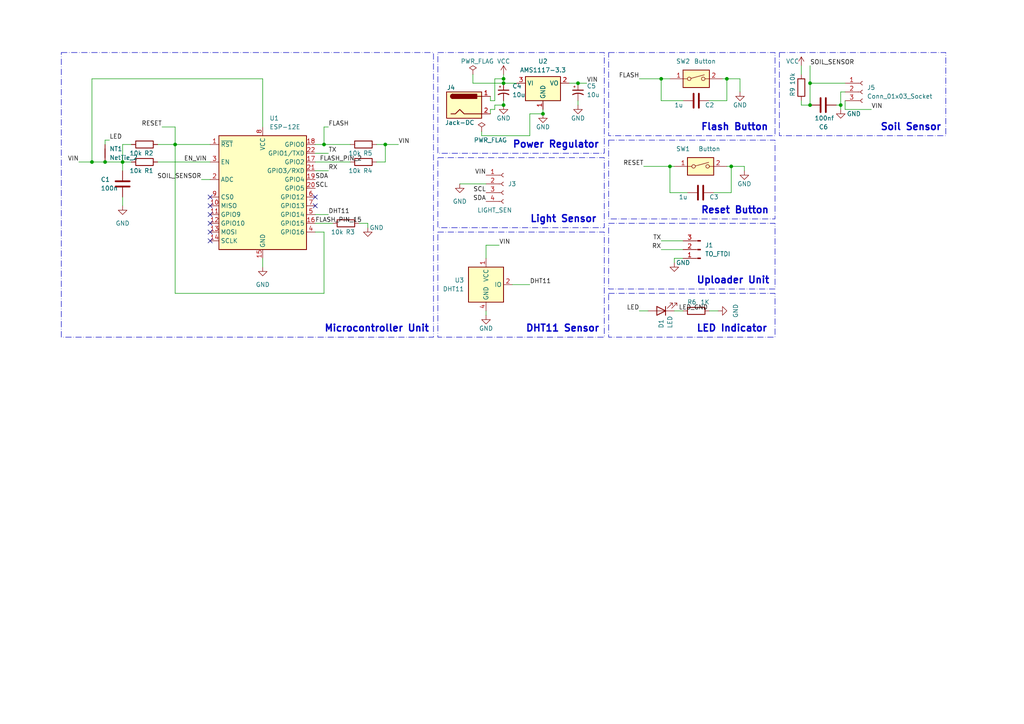
<source format=kicad_sch>
(kicad_sch (version 20230121) (generator eeschema)
  (paper "A4")
  (title_block (title "Sensor PGS") (date "2023-07-12") (rev "V 0.1") (company "PGS"))
  (lib_symbols
    (symbol "Connector:Conn_01x03_Pin" (pin_names (offset 1.016) hide)
      (property "Reference" "J" (at 0 5.08 0))
      (property "Value" "Conn_01x03_Pin" (at 0 -5.08 0))
      (symbol "Conn_01x03_Pin_1_1"
        (polyline (pts (xy 1.27 -2.54) (xy 0.8636 -2.54)) (stroke (width 0.1524)))
        (polyline (pts (xy 1.27 0) (xy 0.8636 0)) (stroke (width 0.1524)))
        (polyline (pts (xy 1.27 2.54) (xy 0.8636 2.54)) (stroke (width 0.1524)))
        (rectangle (start 0.8636 -2.413) (end 0 -2.667) (stroke (width 0.1524)) (fill (type outline)))
        (rectangle (start 0.8636 0.127) (end 0 -0.127) (stroke (width 0.1524)) (fill (type outline)))
        (rectangle (start 0.8636 2.667) (end 0 2.413) (stroke (width 0.1524)) (fill (type outline)))
        (pin passive line (at 5.08 2.54 180) (length 3.81) (name "Pin_1") (number "1"))
        (pin passive line (at 5.08 0 180) (length 3.81) (name "Pin_2") (number "2"))
        (pin passive line (at 5.08 -2.54 180) (length 3.81) (name "Pin_3") (number "3"))
      )
    )
    (symbol "Connector:Conn_01x03_Socket" (pin_names (offset 1.016) hide)
      (property "Reference" "J" (at 0 5.08 0))
      (property "Value" "Conn_01x03_Socket" (at 0 -5.08 0))
      (symbol "Conn_01x03_Socket_1_1"
        (arc (start 0 -2.032) (mid -0.5058 -2.54) (end 0 -3.048) (stroke (width 0.1524)))
        (polyline (pts (xy -1.27 -2.54) (xy -0.508 -2.54)) (stroke (width 0.1524)))
        (polyline (pts (xy -1.27 0) (xy -0.508 0)) (stroke (width 0.1524)))
        (polyline (pts (xy -1.27 2.54) (xy -0.508 2.54)) (stroke (width 0.1524)))
        (arc (start 0 0.508) (mid -0.5058 0) (end 0 -0.508) (stroke (width 0.1524)))
        (arc (start 0 3.048) (mid -0.5058 2.54) (end 0 2.032) (stroke (width 0.1524)))
        (pin passive line (at -5.08 2.54 0) (length 3.81) (name "Pin_1") (number "1"))
        (pin passive line (at -5.08 0 0) (length 3.81) (name "Pin_2") (number "2"))
        (pin passive line (at -5.08 -2.54 0) (length 3.81) (name "Pin_3") (number "3"))
      )
    )
    (symbol "Connector:Conn_01x04_Socket" (pin_names (offset 1.016) hide)
      (property "Reference" "J" (at 0 5.08 0))
      (property "Value" "Conn_01x04_Socket" (at 0 -7.62 0))
      (symbol "Conn_01x04_Socket_1_1"
        (arc (start 0 -4.572) (mid -0.5058 -5.08) (end 0 -5.588) (stroke (width 0.1524)))
        (arc (start 0 -2.032) (mid -0.5058 -2.54) (end 0 -3.048) (stroke (width 0.1524)))
        (polyline (pts (xy -1.27 -5.08) (xy -0.508 -5.08)) (stroke (width 0.1524)))
        (polyline (pts (xy -1.27 -2.54) (xy -0.508 -2.54)) (stroke (width 0.1524)))
        (polyline (pts (xy -1.27 0) (xy -0.508 0)) (stroke (width 0.1524)))
        (polyline (pts (xy -1.27 2.54) (xy -0.508 2.54)) (stroke (width 0.1524)))
        (arc (start 0 0.508) (mid -0.5058 0) (end 0 -0.508) (stroke (width 0.1524)))
        (arc (start 0 3.048) (mid -0.5058 2.54) (end 0 2.032) (stroke (width 0.1524)))
        (pin passive line (at -5.08 2.54 0) (length 3.81) (name "Pin_1") (number "1"))
        (pin passive line (at -5.08 0 0) (length 3.81) (name "Pin_2") (number "2"))
        (pin passive line (at -5.08 -2.54 0) (length 3.81) (name "Pin_3") (number "3"))
        (pin passive line (at -5.08 -5.08 0) (length 3.81) (name "Pin_4") (number "4"))
      )
    )
    (symbol "Connector:Jack-DC" (pin_names (offset 1.016))
      (property "Reference" "J" (at 0 5.334 0))
      (property "Value" "Jack-DC" (at 0 -5.08 0))
      (symbol "Jack-DC_0_1"
        (rectangle (start -5.08 3.81) (end 5.08 -3.81) (stroke (width 0.254)) (fill (type background)))
        (arc (start -3.302 3.175) (mid -3.9343 2.54) (end -3.302 1.905) (stroke (width 0.254)))
        (arc (start -3.302 3.175) (mid -3.9343 2.54) (end -3.302 1.905) (stroke (width 0.254)) (fill (type outline)))
        (polyline (pts (xy 5.08 2.54) (xy 3.81 2.54)) (stroke (width 0.254)))
        (polyline (pts (xy -3.81 -2.54) (xy -2.54 -2.54) (xy -1.27 -1.27) (xy 0 -2.54) (xy 2.54 -2.54) (xy 5.08 -2.54)) (stroke (width 0.254)))
        (rectangle (start 3.683 3.175) (end -3.302 1.905) (stroke (width 0.254)) (fill (type outline)))
      )
      (symbol "Jack-DC_1_1"
        (pin passive line (at 7.62 2.54 180) (length 2.54) (name "~") (number "1"))
        (pin passive line (at 7.62 -2.54 180) (length 2.54) (name "~") (number "2"))
      )
    )
    (symbol "Device:C" (pin_numbers hide) (pin_names (offset 0.254))
      (property "Reference" "C" (at 0.635 2.54 0))
      (property "Value" "C" (at 0.635 -2.54 0))
      (symbol "C_0_1"
        (polyline (pts (xy -2.032 -0.762) (xy 2.032 -0.762)) (stroke (width 0.508)))
        (polyline (pts (xy -2.032 0.762) (xy 2.032 0.762)) (stroke (width 0.508)))
      )
      (symbol "C_1_1"
        (pin passive line (at 0 3.81 270) (length 2.794) (name "~") (number "1"))
        (pin passive line (at 0 -3.81 90) (length 2.794) (name "~") (number "2"))
      )
    )
    (symbol "Device:C_Polarized_Small_US" (pin_numbers hide) (pin_names (offset 0.254) hide)
      (property "Reference" "C" (at 0.254 1.778 0))
      (property "Value" "C_Polarized_Small_US" (at 0.254 -2.032 0))
      (symbol "C_Polarized_Small_US_0_1"
        (polyline (pts (xy -1.524 0.508) (xy 1.524 0.508)) (stroke (width 0.3048)))
        (polyline (pts (xy -1.27 1.524) (xy -0.762 1.524)))
        (polyline (pts (xy -1.016 1.27) (xy -1.016 1.778)))
        (arc (start 1.524 -0.762) (mid 0 -0.3734) (end -1.524 -0.762) (stroke (width 0.3048)))
      )
      (symbol "C_Polarized_Small_US_1_1"
        (pin passive line (at 0 2.54 270) (length 2.032) (name "~") (number "1"))
        (pin passive line (at 0 -2.54 90) (length 2.032) (name "~") (number "2"))
      )
    )
    (symbol "Device:LED" (pin_numbers hide) (pin_names (offset 1.016) hide)
      (property "Reference" "D" (at 0 2.54 0))
      (property "Value" "LED" (at 0 -2.54 0))
      (symbol "LED_0_1"
        (polyline (pts (xy -1.27 -1.27) (xy -1.27 1.27)) (stroke (width 0.254)))
        (polyline (pts (xy -1.27 0) (xy 1.27 0)))
        (polyline (pts (xy 1.27 -1.27) (xy 1.27 1.27) (xy -1.27 0) (xy 1.27 -1.27)) (stroke (width 0.254)))
        (polyline (pts (xy -3.048 -0.762) (xy -4.572 -2.286) (xy -3.81 -2.286) (xy -4.572 -2.286) (xy -4.572 -1.524)))
        (polyline (pts (xy -1.778 -0.762) (xy -3.302 -2.286) (xy -2.54 -2.286) (xy -3.302 -2.286) (xy -3.302 -1.524)))
      )
      (symbol "LED_1_1"
        (pin passive line (at -3.81 0 0) (length 2.54) (name "K") (number "1"))
        (pin passive line (at 3.81 0 180) (length 2.54) (name "A") (number "2"))
      )
    )
    (symbol "Device:NetTie_2" (pin_numbers hide) (pin_names (offset 0) hide) (in_bom no)
      (property "Reference" "NT" (at 0 1.27 0))
      (property "Value" "NetTie_2" (at 0 -1.27 0))
      (symbol "NetTie_2_0_1"
        (polyline (pts (xy -1.27 0) (xy 1.27 0)) (stroke (width 0.254)))
      )
      (symbol "NetTie_2_1_1"
        (pin passive line (at -2.54 0 0) (length 2.54) (name "1") (number "1"))
        (pin passive line (at 2.54 0 180) (length 2.54) (name "2") (number "2"))
      )
    )
    (symbol "Device:R" (pin_numbers hide) (pin_names (offset 0))
      (property "Reference" "R" (at 2.032 0 90))
      (property "Value" "R" (at 0 0 90))
      (symbol "R_0_1"
        (rectangle (start -1.016 -2.54) (end 1.016 2.54) (stroke (width 0.254)))
      )
      (symbol "R_1_1"
        (pin passive line (at 0 3.81 270) (length 1.27) (name "~") (number "1"))
        (pin passive line (at 0 -3.81 90) (length 1.27) (name "~") (number "2"))
      )
    )
    (symbol "RF_Module:ESP-12E"
      (property "Reference" "U" (at -12.7 19.05 0))
      (property "Value" "ESP-12E" (at 12.7 19.05 0))
      (symbol "ESP-12E_0_1"
        (rectangle (start -12.7 17.78) (end 12.7 -15.24) (stroke (width 0.254)) (fill (type background)))
      )
      (symbol "ESP-12E_1_1"
        (pin input line (at -15.24 15.24 0) (length 2.54) (name "~{RST}") (number "1"))
        (pin bidirectional line (at -15.24 -2.54 0) (length 2.54) (name "MISO") (number "10"))
        (pin bidirectional line (at -15.24 -5.08 0) (length 2.54) (name "GPIO9") (number "11"))
        (pin bidirectional line (at -15.24 -7.62 0) (length 2.54) (name "GPIO10") (number "12"))
        (pin bidirectional line (at -15.24 -10.16 0) (length 2.54) (name "MOSI") (number "13"))
        (pin bidirectional line (at -15.24 -12.7 0) (length 2.54) (name "SCLK") (number "14"))
        (pin power_in line (at 0 -17.78 90) (length 2.54) (name "GND") (number "15"))
        (pin bidirectional line (at 15.24 -7.62 180) (length 2.54) (name "GPIO15") (number "16"))
        (pin bidirectional line (at 15.24 10.16 180) (length 2.54) (name "GPIO2") (number "17"))
        (pin bidirectional line (at 15.24 15.24 180) (length 2.54) (name "GPIO0") (number "18"))
        (pin bidirectional line (at 15.24 5.08 180) (length 2.54) (name "GPIO4") (number "19"))
        (pin input line (at -15.24 5.08 0) (length 2.54) (name "ADC") (number "2"))
        (pin bidirectional line (at 15.24 2.54 180) (length 2.54) (name "GPIO5") (number "20"))
        (pin bidirectional line (at 15.24 7.62 180) (length 2.54) (name "GPIO3/RXD") (number "21"))
        (pin bidirectional line (at 15.24 12.7 180) (length 2.54) (name "GPIO1/TXD") (number "22"))
        (pin input line (at -15.24 10.16 0) (length 2.54) (name "EN") (number "3"))
        (pin bidirectional line (at 15.24 -10.16 180) (length 2.54) (name "GPIO16") (number "4"))
        (pin bidirectional line (at 15.24 -5.08 180) (length 2.54) (name "GPIO14") (number "5"))
        (pin bidirectional line (at 15.24 0 180) (length 2.54) (name "GPIO12") (number "6"))
        (pin bidirectional line (at 15.24 -2.54 180) (length 2.54) (name "GPIO13") (number "7"))
        (pin power_in line (at 0 20.32 270) (length 2.54) (name "VCC") (number "8"))
        (pin input line (at -15.24 0 0) (length 2.54) (name "CS0") (number "9"))
      )
    )
    (symbol "Regulator_Linear:AMS1117-3.3"
      (property "Reference" "U" (at -3.81 3.175 0))
      (property "Value" "AMS1117-3.3" (at 0 3.175 0))
      (symbol "AMS1117-3.3_0_1"
        (rectangle (start -5.08 -5.08) (end 5.08 1.905) (stroke (width 0.254)) (fill (type background)))
      )
      (symbol "AMS1117-3.3_1_1"
        (pin power_in line (at 0 -7.62 90) (length 2.54) (name "GND") (number "1"))
        (pin power_out line (at 7.62 0 180) (length 2.54) (name "VO") (number "2"))
        (pin power_in line (at -7.62 0 0) (length 2.54) (name "VI") (number "3"))
      )
    )
    (symbol "Sensor:DHT11"
      (property "Reference" "U" (at -3.81 6.35 0))
      (property "Value" "DHT11" (at 3.81 6.35 0))
      (symbol "DHT11_0_1"
        (rectangle (start -5.08 5.08) (end 5.08 -5.08) (stroke (width 0.254)) (fill (type background)))
      )
      (symbol "DHT11_1_1"
        (pin power_in line (at 0 7.62 270) (length 2.54) (name "VCC") (number "1"))
        (pin bidirectional line (at 7.62 0 180) (length 2.54) (name "IO") (number "2"))
        (pin no_connect line (at -5.08 0 0) (length 2.54) hide (name "NC") (number "3"))
        (pin power_in line (at 0 -7.62 90) (length 2.54) (name "GND") (number "4"))
      )
    )
    (symbol "Switch:SW_DIP_x01" (pin_names (offset 0) hide)
      (property "Reference" "SW" (at 0 3.81 0))
      (property "Value" "SW_DIP_x01" (at 0 -3.81 0))
      (symbol "SW_DIP_x01_0_0"
        (circle (center -2.032 0) (radius 0.508))
        (polyline (pts (xy -1.524 0.127) (xy 2.3622 1.1684)))
        (circle (center 2.032 0) (radius 0.508))
      )
      (symbol "SW_DIP_x01_0_1"
        (rectangle (start -3.81 2.54) (end 3.81 -2.54) (stroke (width 0.254)) (fill (type background)))
      )
      (symbol "SW_DIP_x01_1_1"
        (pin passive line (at -7.62 0 0) (length 5.08) (name "~") (number "1"))
        (pin passive line (at 7.62 0 180) (length 5.08) (name "~") (number "2"))
      )
    )
    (symbol "power:GND" (power) (pin_names (offset 0))
      (property "Value" "GND" (at 0 -3.81 0))
      (symbol "GND_0_1"
        (polyline (pts (xy 0 0) (xy 0 -1.27) (xy 1.27 -1.27) (xy 0 -2.54) (xy -1.27 -1.27) (xy 0 -1.27)))
      )
      (symbol "GND_1_1"
        (pin power_in line (at 0 0 270) (length 0) hide (name "GND") (number "1"))
      )
    )
    (symbol "power:PWR_FLAG" (power) (pin_numbers hide) (pin_names (offset 0) hide)
      (property "Value" "PWR_FLAG" (at 0 3.81 0))
      (symbol "PWR_FLAG_0_0"
        (pin power_out line (at 0 0 90) (length 0) (name "pwr") (number "1"))
      )
      (symbol "PWR_FLAG_0_1"
        (polyline (pts (xy 0 0) (xy 0 1.27) (xy -1.016 1.905) (xy 0 2.54) (xy 1.016 1.905) (xy 0 1.27)))
      )
    )
    (symbol "power:VCC" (power) (pin_names (offset 0))
      (property "Value" "VCC" (at 0 3.81 0))
      (symbol "VCC_0_1"
        (polyline (pts (xy -0.762 1.27) (xy 0 2.54)))
        (polyline (pts (xy 0 0) (xy 0 2.54)))
        (polyline (pts (xy 0 2.54) (xy 0.762 1.27)))
      )
      (symbol "VCC_1_1"
        (pin power_in line (at 0 0 90) (length 0) hide (name "VCC") (number "1"))
      )
    )
  )
  (junction (at 93.98 41.91))
  (junction (at 146.05 22.86))
  (junction (at 194.31 48.26))
  (junction (at 146.05 24.13))
  (junction (at 30.48 46.99))
  (junction (at 191.77 22.86))
  (junction (at 157.48 33.02))
  (junction (at 234.95 24.13))
  (junction (at 243.84 30.48))
  (junction (at 50.8 41.91))
  (junction (at 111.76 41.91))
  (junction (at 210.82 22.86))
  (junction (at 234.95 30.48))
  (junction (at 35.56 46.99))
  (junction (at 167.64 24.13))
  (junction (at 212.09 48.26))
  (junction (at 146.05 30.48))
  (junction (at 26.67 46.99))
  (no_connect (at 60.96 59.69))
  (no_connect (at 60.96 69.85))
  (no_connect (at 60.96 64.77))
  (no_connect (at 60.96 57.15))
  (no_connect (at 60.96 62.23))
  (no_connect (at 60.96 67.31))
  (no_connect (at 91.44 57.15))
  (no_connect (at 91.44 59.69))
  (wire (pts (xy 143.51 31.75) (xy 143.51 30.48)))
  (wire (pts (xy 209.55 22.86) (xy 210.82 22.86)))
  (wire (pts (xy 232.41 30.48) (xy 234.95 30.48)))
  (wire (pts (xy 133.35 53.34) (xy 140.97 53.34)))
  (wire (pts (xy 45.72 46.99) (xy 60.96 46.99)))
  (wire (pts (xy 214.63 22.86) (xy 214.63 26.67)))
  (wire (pts (xy 91.44 67.31) (xy 93.98 67.31)))
  (wire (pts (xy 93.98 67.31) (xy 93.98 85.09)))
  (wire (pts (xy 50.8 41.91) (xy 50.8 85.09)))
  (wire (pts (xy 146.05 24.13) (xy 149.86 24.13)))
  (wire (pts (xy 245.11 26.67) (xy 243.84 26.67)))
  (wire (pts (xy 146.05 29.21) (xy 146.05 30.48)))
  (wire (pts (xy 143.51 30.48) (xy 146.05 30.48)))
  (wire (pts (xy 143.51 22.86) (xy 146.05 22.86)))
  (wire (pts (xy 242.57 30.48) (xy 243.84 30.48)))
  (wire (pts (xy 234.95 24.13) (xy 245.11 24.13)))
  (wire (pts (xy 58.42 52.07) (xy 60.96 52.07)))
  (wire (pts (xy 111.76 46.99) (xy 111.76 41.91)))
  (wire (pts (xy 26.67 22.86) (xy 26.67 46.99)))
  (wire (pts (xy 38.1 41.91) (xy 35.56 41.91)))
  (wire (pts (xy 104.14 64.77) (xy 106.68 64.77)))
  (wire (pts (xy 165.1 24.13) (xy 167.64 24.13)))
  (wire (pts (xy 234.95 30.48) (xy 234.95 24.13)))
  (wire (pts (xy 35.56 57.15) (xy 35.56 59.69)))
  (wire (pts (xy 210.82 29.21) (xy 210.82 22.86)))
  (wire (pts (xy 191.77 69.85) (xy 198.12 69.85)))
  (wire (pts (xy 245.11 31.75) (xy 252.73 31.75)))
  (wire (pts (xy 194.31 55.88) (xy 199.39 55.88)))
  (wire (pts (xy 167.64 29.21) (xy 167.64 30.48)))
  (wire (pts (xy 26.67 46.99) (xy 30.48 46.99)))
  (wire (pts (xy 140.97 71.12) (xy 140.97 74.93)))
  (wire (pts (xy 137.16 21.59) (xy 137.16 24.13)))
  (wire (pts (xy 232.41 19.05) (xy 232.41 21.59)))
  (wire (pts (xy 153.67 39.37) (xy 153.67 33.02)))
  (wire (pts (xy 232.41 29.21) (xy 232.41 30.48)))
  (wire (pts (xy 191.77 22.86) (xy 185.42 22.86)))
  (wire (pts (xy 195.58 74.93) (xy 198.12 74.93)))
  (wire (pts (xy 212.09 55.88) (xy 212.09 48.26)))
  (wire (pts (xy 143.51 29.21) (xy 143.51 22.86)))
  (wire (pts (xy 140.97 90.17) (xy 140.97 91.44)))
  (wire (pts (xy 95.25 36.83) (xy 93.98 36.83)))
  (wire (pts (xy 91.44 62.23) (xy 95.25 62.23)))
  (wire (pts (xy 93.98 41.91) (xy 101.6 41.91)))
  (wire (pts (xy 194.31 48.26) (xy 194.31 55.88)))
  (wire (pts (xy 93.98 85.09) (xy 50.8 85.09)))
  (wire (pts (xy 137.16 24.13) (xy 146.05 24.13)))
  (wire (pts (xy 31.75 40.64) (xy 30.48 40.64)))
  (wire (pts (xy 109.22 41.91) (xy 111.76 41.91)))
  (wire (pts (xy 210.82 22.86) (xy 214.63 22.86)))
  (wire (pts (xy 50.8 36.83) (xy 50.8 41.91)))
  (wire (pts (xy 234.95 19.05) (xy 234.95 24.13)))
  (wire (pts (xy 215.9 49.53) (xy 215.9 48.26)))
  (wire (pts (xy 76.2 36.83) (xy 76.2 22.86)))
  (wire (pts (xy 186.69 48.26) (xy 194.31 48.26)))
  (wire (pts (xy 143.51 29.21) (xy 142.24 29.21)))
  (wire (pts (xy 210.82 48.26) (xy 212.09 48.26)))
  (wire (pts (xy 91.44 41.91) (xy 93.98 41.91)))
  (wire (pts (xy 91.44 49.53) (xy 95.25 49.53)))
  (wire (pts (xy 205.74 29.21) (xy 210.82 29.21)))
  (wire (pts (xy 243.84 30.48) (xy 243.84 31.75)))
  (wire (pts (xy 139.7 39.37) (xy 139.7 38.1)))
  (wire (pts (xy 140.97 71.12) (xy 144.78 71.12)))
  (wire (pts (xy 91.44 44.45) (xy 95.25 44.45)))
  (wire (pts (xy 22.86 46.99) (xy 26.67 46.99)))
  (wire (pts (xy 46.99 36.83) (xy 50.8 36.83)))
  (wire (pts (xy 30.48 40.64) (xy 30.48 41.91)))
  (wire (pts (xy 76.2 74.93) (xy 76.2 77.47)))
  (wire (pts (xy 191.77 72.39) (xy 198.12 72.39)))
  (wire (pts (xy 146.05 22.86) (xy 146.05 24.13)))
  (wire (pts (xy 212.09 48.26) (xy 215.9 48.26)))
  (wire (pts (xy 35.56 46.99) (xy 38.1 46.99)))
  (wire (pts (xy 30.48 46.99) (xy 35.56 46.99)))
  (wire (pts (xy 142.24 29.21) (xy 142.24 27.94)))
  (wire (pts (xy 153.67 33.02) (xy 157.48 33.02)))
  (wire (pts (xy 167.64 24.13) (xy 170.18 24.13)))
  (wire (pts (xy 148.59 82.55) (xy 153.67 82.55)))
  (wire (pts (xy 245.11 29.21) (xy 245.11 31.75)))
  (wire (pts (xy 243.84 26.67) (xy 243.84 30.48)))
  (wire (pts (xy 76.2 22.86) (xy 26.67 22.86)))
  (wire (pts (xy 205.74 90.17) (xy 208.28 90.17)))
  (wire (pts (xy 93.98 36.83) (xy 93.98 41.91)))
  (wire (pts (xy 198.12 29.21) (xy 191.77 29.21)))
  (wire (pts (xy 185.42 90.17) (xy 187.96 90.17)))
  (wire (pts (xy 50.8 41.91) (xy 60.96 41.91)))
  (wire (pts (xy 195.58 48.26) (xy 194.31 48.26)))
  (wire (pts (xy 35.56 46.99) (xy 35.56 49.53)))
  (wire (pts (xy 143.51 31.75) (xy 142.24 31.75)))
  (wire (pts (xy 109.22 46.99) (xy 111.76 46.99)))
  (wire (pts (xy 91.44 46.99) (xy 101.6 46.99)))
  (wire (pts (xy 91.44 64.77) (xy 96.52 64.77)))
  (wire (pts (xy 45.72 41.91) (xy 50.8 41.91)))
  (wire (pts (xy 146.05 21.59) (xy 146.05 22.86)))
  (wire (pts (xy 194.31 22.86) (xy 191.77 22.86)))
  (wire (pts (xy 195.58 90.17) (xy 198.12 90.17)))
  (wire (pts (xy 142.24 31.75) (xy 142.24 33.02)))
  (wire (pts (xy 111.76 41.91) (xy 115.57 41.91)))
  (wire (pts (xy 139.7 39.37) (xy 153.67 39.37)))
  (wire (pts (xy 191.77 29.21) (xy 191.77 22.86)))
  (wire (pts (xy 35.56 41.91) (xy 35.56 46.99)))
  (wire (pts (xy 157.48 31.75) (xy 157.48 33.02)))
  (wire (pts (xy 195.58 76.2) (xy 195.58 74.93)))
  (wire (pts (xy 207.01 55.88) (xy 212.09 55.88)))
  (wire (pts (xy 106.68 64.77) (xy 106.68 66.04)))
  (rectangle (start 17.78 15.24) (end 125.73 97.79) (stroke (width 0) (type dash_dot)))
  (rectangle (start 176.53 64.77) (end 224.79 83.82) (stroke (width 0) (type dash_dot)))
  (rectangle (start 176.53 15.24) (end 224.79 39.37) (stroke (width 0) (type dash_dot)))
  (rectangle (start 176.53 40.64) (end 224.79 63.5) (stroke (width 0) (type dash_dot)))
  (rectangle (start 127 15.24) (end 175.26 44.45) (stroke (width 0) (type dash_dot)))
  (rectangle (start 127 67.31) (end 175.26 97.79) (stroke (width 0) (type dash_dot)))
  (rectangle (start 176.53 85.09) (end 224.79 97.79) (stroke (width 0) (type dash_dot)))
  (rectangle (start 226.06 15.24) (end 274.32 39.37) (stroke (width 0) (type dash_dot)))
  (rectangle (start 127 45.72) (end 175.26 66.04) (stroke (width 0) (type dash_dot)))
  (text "LED Indicator" (at 201.93 96.52 0) (effects (font (size 2 2) (thickness 0.4) bold) (justify left bottom)))
  (text "Uploader Unit" (at 201.93 82.55 0) (effects (font (size 2 2) (thickness 0.4) bold) (justify left bottom)))
  (text "Flash Button\n" (at 203.2 38.1 0) (effects (font (size 2 2) (thickness 0.4) bold) (justify left bottom)))
  (text "Soil Sensor\n" (at 255.27 38.1 0) (effects (font (size 2 2) (thickness 0.4) bold) (justify left bottom)))
  (text "Microcontroller Unit\n" (at 93.98 96.52 0) (effects (font (size 2 2) (thickness 0.4) bold) (justify left bottom)))
  (text "Light Sensor" (at 153.67 64.77 0) (effects (font (size 2 2) (thickness 0.4) bold) (justify left bottom)))
  (text "Reset Button\n" (at 203.2 62.23 0) (effects (font (size 2 2) (thickness 0.4) bold) (justify left bottom)))
  (text "DHT11 Sensor\n" (at 152.4 96.52 0) (effects (font (size 2 2) (thickness 0.4) bold) (justify left bottom)))
  (text "Power Regulator" (at 148.59 43.18 0) (effects (font (size 2 2) (thickness 0.4) bold) (justify left bottom)))
  (label "RX" (at 95.25 49.53 0))
  (label "TX" (at 95.25 44.45 0))
  (label "FLASH" (at 185.42 22.86 180))
  (label "SOIL_SENSOR" (at 58.42 52.07 180))
  (label "FLASH_PIN_15" (at 91.44 64.77 0))
  (label "TX" (at 191.77 69.85 180))
  (label "DHT11" (at 95.25 62.23 0))
  (label "LED" (at 31.75 40.64 0))
  (label "SOIL_SENSOR" (at 234.95 19.05 0))
  (label "VIN" (at 144.78 71.12 0))
  (label "RESET" (at 186.69 48.26 180))
  (label "FLASH" (at 95.25 36.83 0))
  (label "SDA" (at 91.44 52.07 0))
  (label "VIN" (at 170.18 24.13 0))
  (label "LED" (at 185.42 90.17 180))
  (label "SCL" (at 91.44 54.61 0))
  (label "SDA" (at 140.97 58.42 180))
  (label "VIN" (at 22.86 46.99 180))
  (label "RESET" (at 46.99 36.83 180))
  (label "VIN" (at 140.97 50.8 180))
  (label "SCL" (at 140.97 55.88 180))
  (label "VIN" (at 115.57 41.91 0))
  (label "FLASH_PIN_2" (at 92.71 46.99 0))
  (label "EN_VIN" (at 53.34 46.99 0) (property "EN_VIN" "power" (effects hide)))
  (label "VIN" (at 252.73 31.75 0))
  (label "LED_GND" (at 196.85 90.17 0))
  (label "DHT11" (at 153.67 82.55 0))
  (label "RX" (at 191.77 72.39 180))
  (symbol (lib_id "Device:R") (at 232.41 25.4 0) (unit 1)
    (property "Reference" "R9" (at 229.87 26.67 90))
    (property "Value" "10k" (at 229.87 22.86 90))
    (property "Footprint" "Resistor_SMD:R_1206_3216Metric_Pad1.30x1.75mm_HandSolder" (effects hide))
  )
  (symbol (lib_id "Device:C") (at 35.56 53.34 0) (unit 1)
    (property "Reference" "C1" (at 29.21 52.07 0) (effects (justify left)))
    (property "Value" "100n" (at 29.21 54.61 0) (effects (justify left)))
    (property "Footprint" "Capacitor_SMD:C_1206_3216Metric_Pad1.33x1.80mm_HandSolder" (effects hide))
  )
  (symbol (lib_id "power:GND") (at 76.2 77.47 0) (unit 1)
    (property "Reference" "#PWR04" (effects hide))
    (property "Value" "GND" (at 76.2 82.55 0))
  )
  (symbol (lib_id "Device:C_Polarized_Small_US") (at 146.05 26.67 0) (unit 1)
    (property "Reference" "C4" (at 148.59 24.9682 0) (effects (justify left)))
    (property "Value" "10u" (at 148.59 27.5082 0) (effects (justify left)))
    (property "Footprint" "Capacitor_SMD:CP_Elec_4x5.3" (effects hide))
  )
  (symbol (lib_id "power:GND") (at 214.63 26.67 0) (unit 1)
    (property "Reference" "#PWR03" (effects hide))
    (property "Value" "GND" (at 214.63 30.48 0))
  )
  (symbol (lib_id "power:GND") (at 215.9 49.53 0) (unit 1)
    (property "Reference" "#PWR05" (effects hide))
    (property "Value" "GND" (at 215.9 53.34 0))
  )
  (symbol (lib_id "Connector:Jack-DC") (at 134.62 30.48 0) (unit 1)
    (property "Reference" "J4" (at 130.81 25.4 0))
    (property "Value" "Jack-DC" (at 133.35 35.56 0))
    (property "Footprint" "Connector_BarrelJack:BarrelJack_SwitchcraftConxall_RAPC10U_Horizontal" (effects hide))
  )
  (symbol (lib_id "Connector:Conn_01x03_Socket") (at 250.19 26.67 0) (unit 1)
    (property "Reference" "J5" (at 251.46 25.4 0) (effects (justify left)))
    (property "Value" "Conn_01x03_Socket" (at 251.46 27.94 0) (effects (justify left)))
    (property "Footprint" "Connector_PinSocket_2.54mm:PinSocket_1x03_P2.54mm_Vertical" (effects hide))
  )
  (symbol (lib_id "Regulator_Linear:AMS1117-3.3") (at 157.48 24.13 0) (unit 1)
    (property "Reference" "U2" (at 157.48 17.78 0))
    (property "Value" "AMS1117-3.3" (at 157.48 20.32 0))
    (property "Footprint" "Package_TO_SOT_SMD:SOT-223-3_TabPin2" (effects hide))
    (property "Datasheet" "http://www.advanced-monolithic.com/pdf/ds1117.pdf" (effects hide))
  )
  (symbol (lib_id "power:GND") (at 195.58 76.2 0) (unit 1)
    (property "Reference" "#PWR07" (effects hide))
    (property "Value" "GND" (at 198.12 76.2 0))
  )
  (symbol (lib_id "Device:C") (at 201.93 29.21 270) (unit 1)
    (property "Reference" "C2" (at 204.47 30.48 90) (effects (justify left)))
    (property "Value" "1u" (at 195.58 30.48 90) (effects (justify left)))
    (property "Footprint" "Capacitor_SMD:C_1206_3216Metric_Pad1.33x1.80mm_HandSolder" (effects hide))
  )
  (symbol (lib_id "Device:C_Polarized_Small_US") (at 167.64 26.67 0) (unit 1)
    (property "Reference" "C5" (at 170.18 24.9682 0) (effects (justify left)))
    (property "Value" "10u" (at 170.18 27.5082 0) (effects (justify left)))
    (property "Footprint" "Capacitor_SMD:CP_Elec_4x5.3" (effects hide))
  )
  (symbol (lib_id "Connector:Conn_01x04_Socket") (at 146.05 53.34 0) (unit 1)
    (property "Reference" "J3" (at 147.32 53.34 0) (effects (justify left)))
    (property "Value" "LIGHT_SEN" (at 138.43 60.96 0) (effects (justify left)))
    (property "Footprint" "Connector_PinHeader_2.54mm:PinHeader_1x04_P2.54mm_Vertical" (effects hide))
  )
  (symbol (lib_id "power:VCC") (at 146.05 21.59 0) (unit 1)
    (property "Reference" "#PWR011" (effects hide))
    (property "Value" "VCC" (at 146.05 17.78 0))
  )
  (symbol (lib_id "power:GND") (at 167.64 30.48 0) (unit 1)
    (property "Reference" "#PWR010" (effects hide))
    (property "Value" "GND" (at 167.64 34.29 0))
  )
  (symbol (lib_id "Device:LED") (at 191.77 90.17 180) (unit 1)
    (property "Reference" "D1" (at 191.77 95.25 90) (effects (justify right)))
    (property "Value" "LED" (at 194.31 95.25 90) (effects (justify right)))
    (property "Footprint" "LED_SMD:LED_1206_3216Metric_Pad1.42x1.75mm_HandSolder" (effects hide))
  )
  (symbol (lib_id "Device:C") (at 238.76 30.48 270) (unit 1)
    (property "Reference" "C6" (at 237.49 36.83 90) (effects (justify left)))
    (property "Value" "100nf" (at 236.22 34.29 90) (effects (justify left)))
    (property "Footprint" "Capacitor_SMD:C_1206_3216Metric_Pad1.33x1.80mm_HandSolder" (effects hide))
  )
  (symbol (lib_id "power:GND") (at 133.35 53.34 0) (unit 1)
    (property "Reference" "#PWR012" (effects hide))
    (property "Value" "GND" (at 133.35 58.42 0))
  )
  (symbol (lib_id "Device:R") (at 201.93 90.17 270) (unit 1)
    (property "Reference" "R6" (at 200.66 87.63 90))
    (property "Value" "1K" (at 204.47 87.63 90))
    (property "Footprint" "Resistor_SMD:R_1206_3216Metric_Pad1.30x1.75mm_HandSolder" (effects hide))
  )
  (symbol (lib_id "power:PWR_FLAG") (at 137.16 21.59 0) (unit 1)
    (property "Reference" "#FLG01" (effects hide))
    (property "Value" "PWR_FLAG" (at 138.43 17.78 0))
  )
  (symbol (lib_id "power:PWR_FLAG") (at 139.7 38.1 0) (unit 1)
    (property "Reference" "#FLG02" (effects hide))
    (property "Value" "PWR_FLAG" (at 142.24 40.64 0))
  )
  (symbol (lib_id "power:VCC") (at 232.41 19.05 0) (unit 1)
    (property "Reference" "#PWR016" (effects hide))
    (property "Value" "VCC" (at 229.87 17.78 0))
  )
  (symbol (lib_id "Device:R") (at 105.41 46.99 90) (unit 1)
    (property "Reference" "R4" (at 106.68 49.53 90))
    (property "Value" "10k" (at 102.87 49.53 90))
    (property "Footprint" "Resistor_SMD:R_1206_3216Metric_Pad1.30x1.75mm_HandSolder" (effects hide))
  )
  (symbol (lib_id "Device:R") (at 100.33 64.77 90) (unit 1)
    (property "Reference" "R3" (at 101.6 67.31 90))
    (property "Value" "10k" (at 97.79 67.31 90))
    (property "Footprint" "Resistor_SMD:R_1206_3216Metric_Pad1.30x1.75mm_HandSolder" (effects hide))
  )
  (symbol (lib_id "power:GND") (at 106.68 66.04 0) (unit 1)
    (property "Reference" "#PWR06" (effects hide))
    (property "Value" "GND" (at 109.22 66.04 0))
  )
  (symbol (lib_id "power:GND") (at 243.84 31.75 0) (unit 1)
    (property "Reference" "#PWR017" (effects hide))
    (property "Value" "GND" (at 247.65 33.02 0))
  )
  (symbol (lib_id "power:GND") (at 157.48 33.02 0) (unit 1)
    (property "Reference" "#PWR09" (effects hide))
    (property "Value" "GND" (at 157.48 36.83 0))
  )
  (symbol (lib_id "power:GND") (at 140.97 91.44 0) (unit 1)
    (property "Reference" "#PWR015" (effects hide))
    (property "Value" "GND" (at 140.97 95.25 0))
  )
  (symbol (lib_id "power:GND") (at 35.56 59.69 0) (unit 1)
    (property "Reference" "#PWR01" (effects hide))
    (property "Value" "GND" (at 35.56 64.77 0))
  )
  (symbol (lib_id "Sensor:DHT11") (at 140.97 82.55 0) (unit 1)
    (property "Reference" "U3" (at 134.62 81.28 0) (effects (justify right)))
    (property "Value" "DHT11" (at 134.62 83.82 0) (effects (justify right)))
    (property "Footprint" "Sensor:Aosong_DHT11_5.5x12.0_P2.54mm" (effects hide))
    (property "Datasheet" "http://akizukidenshi.com/download/ds/aosong/DHT11.pdf" (effects hide))
  )
  (symbol (lib_id "Device:R") (at 41.91 41.91 90) (unit 1)
    (property "Reference" "R2" (at 43.18 44.45 90))
    (property "Value" "10k" (at 39.37 44.45 90))
    (property "Footprint" "Resistor_SMD:R_1206_3216Metric_Pad1.30x1.75mm_HandSolder" (effects hide))
  )
  (symbol (lib_id "Switch:SW_DIP_x01") (at 203.2 48.26 0) (unit 1)
    (property "Reference" "SW1" (at 198.12 43.18 0))
    (property "Value" "Button" (at 205.74 43.18 0))
    (property "Footprint" "Button_Switch_SMD:SW_Push_1P1T_NO_CK_KSC6xxJ" (effects hide))
  )
  (symbol (lib_id "power:GND") (at 208.28 90.17 90) (unit 1)
    (property "Reference" "#PWR02" (effects hide))
    (property "Value" "GND" (at 213.36 90.17 0))
  )
  (symbol (lib_id "RF_Module:ESP-12E") (at 76.2 57.15 0) (unit 1)
    (property "Reference" "U1" (at 78.1559 34.29 0) (effects (justify left)))
    (property "Value" "ESP-12E" (at 78.1559 36.83 0) (effects (justify left)))
    (property "Footprint" "RF_Module:ESP-12E" (effects hide))
    (property "Datasheet" "http://wiki.ai-thinker.com/_media/esp8266/esp8266_series_modules_user_manual_v1.1.pdf" (effects hide))
  )
  (symbol (lib_id "Device:C") (at 203.2 55.88 270) (unit 1)
    (property "Reference" "C3" (at 205.74 57.15 90) (effects (justify left)))
    (property "Value" "1u" (at 196.85 57.15 90) (effects (justify left)))
    (property "Footprint" "Capacitor_SMD:C_1206_3216Metric_Pad1.33x1.80mm_HandSolder" (effects hide))
  )
  (symbol (lib_id "Device:R") (at 105.41 41.91 90) (unit 1)
    (property "Reference" "R5" (at 106.68 44.45 90))
    (property "Value" "10k" (at 102.87 44.45 90))
    (property "Footprint" "Resistor_SMD:R_1206_3216Metric_Pad1.30x1.75mm_HandSolder" (effects hide))
  )
  (symbol (lib_id "Switch:SW_DIP_x01") (at 201.93 22.86 0) (unit 1)
    (property "Reference" "SW2" (at 198.12 17.78 0))
    (property "Value" "Button" (at 204.47 17.78 0))
    (property "Footprint" "Button_Switch_SMD:SW_Push_1P1T_NO_CK_KSC6xxJ" (effects hide))
  )
  (symbol (lib_id "Device:NetTie_2") (at 30.48 44.45 90) (unit 1) (in_bom no)
    (property "Reference" "NT1" (at 31.75 43.18 90) (effects (justify right)))
    (property "Value" "NetTie_2" (at 31.75 45.72 90) (effects (justify right)))
    (property "Footprint" "NetTie:NetTie-2_THT_Pad0.3mm" (effects hide))
  )
  (symbol (lib_id "Device:R") (at 41.91 46.99 90) (unit 1)
    (property "Reference" "R1" (at 43.18 49.53 90))
    (property "Value" "10k" (at 39.37 49.53 90))
    (property "Footprint" "Resistor_SMD:R_1206_3216Metric_Pad1.30x1.75mm_HandSolder" (effects hide))
  )
  (symbol (lib_id "power:GND") (at 146.05 30.48 0) (unit 1)
    (property "Reference" "#PWR08" (effects hide))
    (property "Value" "GND" (at 146.05 34.29 0))
  )
  (symbol (lib_id "Connector:Conn_01x03_Pin") (at 203.2 72.39 180) (unit 1)
    (property "Reference" "J1" (at 204.47 71.12 0) (effects (justify right)))
    (property "Value" "TO_FTDI" (at 204.47 73.66 0) (effects (justify right)))
    (property "Footprint" "Connector_PinSocket_2.54mm:PinSocket_1x03_P2.54mm_Vertical" (effects hide))
  )
)
</source>
